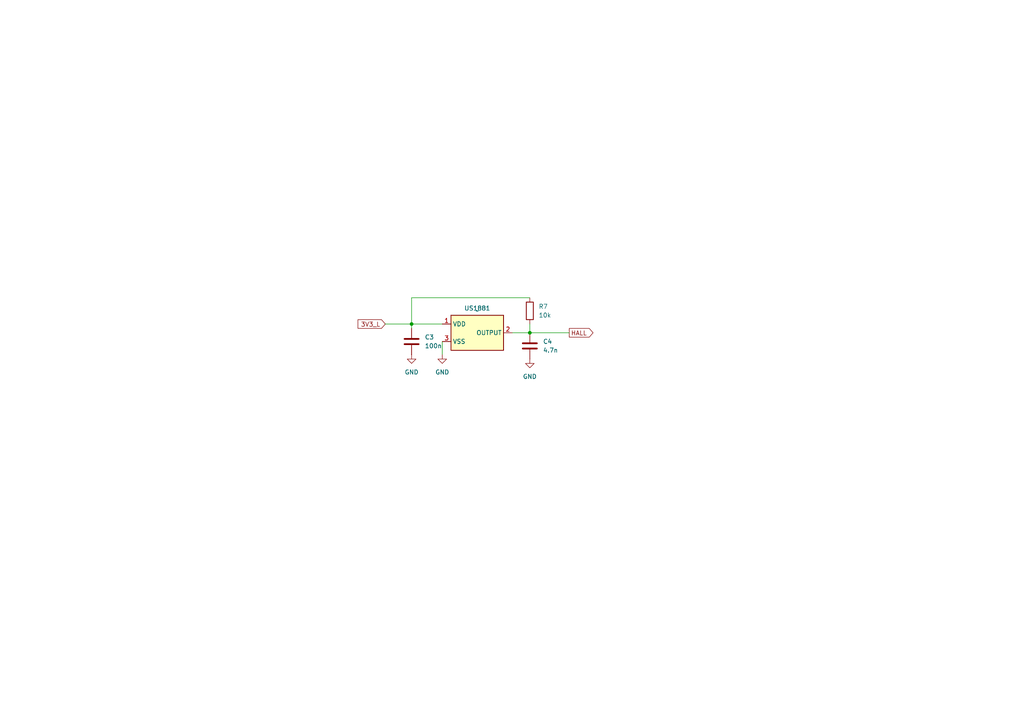
<source format=kicad_sch>
(kicad_sch (version 20231120) (generator "eeschema") (generator_version "8.0")
  (paper "A4")
  (lib_symbols
    (symbol "Device:C" (pin_numbers hide) (pin_names (offset 0.254))
      (property "Reference" "C" (at 0.635 2.54 0))
      (property "Value" "C" (at 0.635 -2.54 0))
      (symbol "C_0_1"
        (polyline (pts (xy -2.032 -0.762) (xy 2.032 -0.762)) (stroke (width 0.508)))
        (polyline (pts (xy -2.032 0.762) (xy 2.032 0.762)) (stroke (width 0.508)))
      )
      (symbol "C_1_1"
        (pin passive line (at 0 3.81 270) (length 2.794) (name "~") (number "1"))
        (pin passive line (at 0 -3.81 90) (length 2.794) (name "~") (number "2"))
      )
    )
    (symbol "Device:R" (pin_numbers hide) (pin_names (offset 0))
      (property "Reference" "R" (at 2.032 0 90))
      (property "Value" "R" (at 0 0 90))
      (symbol "R_0_1"
        (rectangle (start -1.016 -2.54) (end 1.016 2.54) (stroke (width 0.254)))
      )
      (symbol "R_1_1"
        (pin passive line (at 0 3.81 270) (length 1.27) (name "~") (number "1"))
        (pin passive line (at 0 -3.81 90) (length 1.27) (name "~") (number "2"))
      )
    )
    (symbol "eSokol_us1881:US1881"
      (property "Reference" "US1881" (at 0.254 6.604 0))
      (symbol "US1881_0_1"
        (rectangle (start -7.62 5.08) (end 7.62 -5.08) (stroke (width 0.254)) (fill (type background)))
      )
      (symbol "US1881_1_1"
        (pin power_in line (at -10.16 2.54 0) (length 2.54) (name "VDD") (number "1"))
        (pin output line (at 10.16 0 180) (length 2.54) (name "OUTPUT") (number "2"))
        (pin power_in line (at -10.16 -2.54 0) (length 2.54) (name "VSS") (number "3"))
      )
    )
    (symbol "power:GND" (power) (pin_numbers hide) (pin_names (offset 0) hide)
      (property "Value" "GND" (at 0 -3.81 0))
      (symbol "GND_0_1"
        (polyline (pts (xy 0 0) (xy 0 -1.27) (xy 1.27 -1.27) (xy 0 -2.54) (xy -1.27 -1.27) (xy 0 -1.27)))
      )
      (symbol "GND_1_1"
        (pin power_in line (at 0 0 270) (length 0) (name "~") (number "1"))
      )
    )
  )
  (junction (at 119.38 93.98))
  (junction (at 153.67 96.52))
  (wire (pts (xy 153.67 86.36) (xy 119.38 86.36)))
  (wire (pts (xy 128.27 93.98) (xy 119.38 93.98)))
  (wire (pts (xy 111.76 93.98) (xy 119.38 93.98)))
  (wire (pts (xy 128.27 99.06) (xy 128.27 102.87)))
  (wire (pts (xy 119.38 93.98) (xy 119.38 95.25)))
  (wire (pts (xy 165.1 96.52) (xy 153.67 96.52)))
  (wire (pts (xy 119.38 86.36) (xy 119.38 93.98)))
  (wire (pts (xy 148.59 96.52) (xy 153.67 96.52)))
  (wire (pts (xy 153.67 93.98) (xy 153.67 96.52)))
  (global_label "HALL" (shape output) (at 165.1 96.52 0) (property "Intersheetrefs" "${INTERSHEET_REFS}" (effects (hide yes))))
  (global_label "3V3_L" (shape input) (at 111.76 93.98 180) (property "Intersheetrefs" "${INTERSHEET_REFS}" (effects (hide yes))))
  (symbol (lib_id "Device:C") (at 153.67 100.33 0) (unit 1)
    (property "Reference" "C4" (at 157.48 99.0599 0) (effects (justify left)))
    (property "Value" "4.7n" (at 157.48 101.5999 0) (effects (justify left)))
    (property "Description" "Unpolarized capacitor" (effects (hide yes)))
  )
  (symbol (lib_id "Device:C") (at 119.38 99.06 0) (unit 1)
    (property "Reference" "C3" (at 123.19 97.7899 0) (effects (justify left)))
    (property "Value" "100n" (at 123.19 100.3299 0) (effects (justify left)))
    (property "Description" "Unpolarized capacitor" (effects (hide yes)))
  )
  (symbol (lib_id "power:GND") (at 119.38 102.87 0) (unit 1)
    (property "Reference" "#PWR013" (effects (hide yes)))
    (property "Value" "GND" (at 119.38 107.95 0))
    (property "Description" "Power symbol creates a global label with name \"GND\" , ground" (effects (hide yes)))
  )
  (symbol (lib_id "Device:R") (at 153.67 90.17 0) (unit 1)
    (property "Reference" "R7" (at 156.21 88.8999 0) (effects (justify left)))
    (property "Value" "10k" (at 156.21 91.4399 0) (effects (justify left)))
    (property "Description" "Resistor" (effects (hide yes)))
  )
  (symbol (lib_id "power:GND") (at 128.27 102.87 0) (unit 1)
    (property "Reference" "#PWR014" (effects (hide yes)))
    (property "Value" "GND" (at 128.27 107.95 0))
    (property "Description" "Power symbol creates a global label with name \"GND\" , ground" (effects (hide yes)))
  )
  (symbol (lib_id "eSokol_us1881:US1881") (at 138.43 96.52 0) (unit 1)
    (property "Reference" "US1881" (at 138.43 89.408 0))
    (property "Value" "~" (at 138.43 90.17 0))
  )
  (symbol (lib_id "power:GND") (at 153.67 104.14 0) (unit 1)
    (property "Reference" "#PWR017" (effects (hide yes)))
    (property "Value" "GND" (at 153.67 109.22 0))
    (property "Description" "Power symbol creates a global label with name \"GND\" , ground" (effects (hide yes)))
  )
)
</source>
